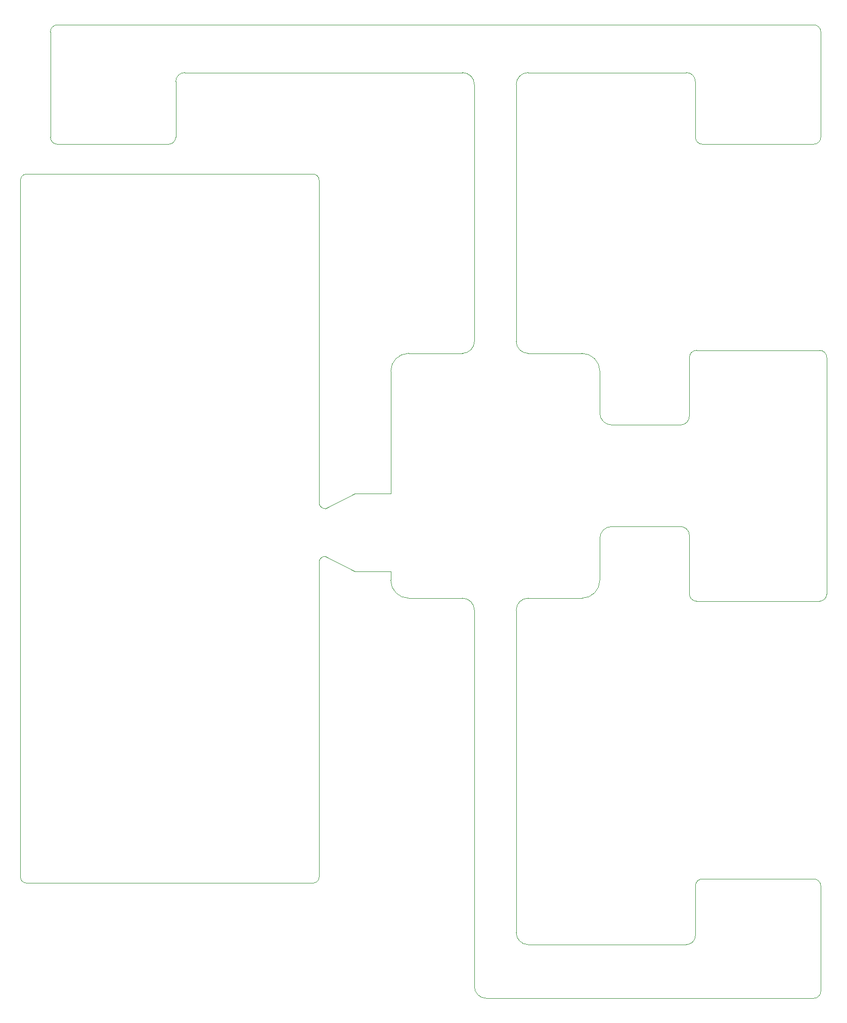
<source format=gm1>
G04 #@! TF.GenerationSoftware,KiCad,Pcbnew,7.0.6*
G04 #@! TF.CreationDate,2023-08-25T15:25:41+01:00*
G04 #@! TF.ProjectId,gdp_flexible,6764705f-666c-4657-9869-626c652e6b69,1.0*
G04 #@! TF.SameCoordinates,Original*
G04 #@! TF.FileFunction,Profile,NP*
%FSLAX46Y46*%
G04 Gerber Fmt 4.6, Leading zero omitted, Abs format (unit mm)*
G04 Created by KiCad (PCBNEW 7.0.6) date 2023-08-25 15:25:41*
%MOMM*%
%LPD*%
G01*
G04 APERTURE LIST*
G04 #@! TA.AperFunction,Profile*
%ADD10C,0.100000*%
G04 #@! TD*
G04 APERTURE END LIST*
D10*
X95000000Y-101500000D02*
X90000000Y-104000000D01*
X89000000Y-103000000D02*
G75*
G03*
X90000000Y-104000000I1000000J0D01*
G01*
X90000000Y-112000000D02*
X95000000Y-114500000D01*
X90000000Y-112000000D02*
G75*
G03*
X89000000Y-113000000I0J-1000000D01*
G01*
X101000000Y-101500000D02*
X95000000Y-101500000D01*
X101000000Y-114500000D02*
X95000000Y-114500000D01*
X101000000Y-116000000D02*
G75*
G03*
X104000000Y-119000000I3000000J0D01*
G01*
X115000000Y-121000000D02*
G75*
G03*
X113000000Y-119000000I-2000000J0D01*
G01*
X101000000Y-114500000D02*
X101000000Y-116000000D01*
X113000000Y-119000000D02*
X104000000Y-119000000D01*
X138000000Y-90000000D02*
X149500000Y-90000000D01*
X173000000Y-24200000D02*
G75*
G03*
X171800000Y-23000000I-1200000J0D01*
G01*
X122000000Y-175000000D02*
X122000000Y-121000000D01*
X151000000Y-108500000D02*
G75*
G03*
X149500000Y-107000000I-1500000J0D01*
G01*
X63800000Y-43000000D02*
G75*
G03*
X65000000Y-41800000I0J1200000D01*
G01*
X136000000Y-88000000D02*
G75*
G03*
X138000000Y-90000000I2000000J0D01*
G01*
X153200000Y-166000000D02*
G75*
G03*
X152000000Y-167200000I0J-1200000D01*
G01*
X139300000Y-107000000D02*
X138000000Y-107000000D01*
X152200000Y-77500000D02*
X172800000Y-77500000D01*
X89000000Y-103000000D02*
X89000000Y-49000000D01*
X150500000Y-177000000D02*
X124000000Y-177000000D01*
X173000000Y-24200000D02*
X173000000Y-41800000D01*
X124000000Y-119000000D02*
G75*
G03*
X122000000Y-121000000I0J-2000000D01*
G01*
X136000000Y-81000000D02*
G75*
G03*
X133000000Y-78000000I-3000000J0D01*
G01*
X153200000Y-43000000D02*
X171800000Y-43000000D01*
X152000000Y-32500000D02*
G75*
G03*
X150500000Y-31000000I-1500000J0D01*
G01*
X88000000Y-48000000D02*
X40000000Y-48000000D01*
X44000000Y-24200000D02*
X44000000Y-41800000D01*
X45200000Y-43000000D02*
X63800000Y-43000000D01*
X101000000Y-101500000D02*
X101000000Y-81000000D01*
X149500000Y-90000000D02*
G75*
G03*
X151000000Y-88500000I0J1500000D01*
G01*
X66500000Y-31000000D02*
X113000000Y-31000000D01*
X174000000Y-78700000D02*
G75*
G03*
X172800000Y-77500000I-1200000J0D01*
G01*
X171800000Y-43000000D02*
G75*
G03*
X173000000Y-41800000I0J1200000D01*
G01*
X88000000Y-166700000D02*
G75*
G03*
X89000000Y-165700000I0J1000000D01*
G01*
X89000000Y-165700000D02*
X89000000Y-113000000D01*
X133000000Y-119000000D02*
X124000000Y-119000000D01*
X113000000Y-78000000D02*
G75*
G03*
X115000000Y-76000000I0J2000000D01*
G01*
X124000000Y-78000000D02*
X133000000Y-78000000D01*
X138000000Y-107000000D02*
G75*
G03*
X136000000Y-109000000I0J-2000000D01*
G01*
X65000000Y-32500000D02*
X65000000Y-41800000D01*
X115000000Y-33000000D02*
G75*
G03*
X113000000Y-31000000I-2000000J0D01*
G01*
X152000000Y-41800000D02*
G75*
G03*
X153200000Y-43000000I1200000J0D01*
G01*
X171800000Y-23000000D02*
X122500000Y-23000000D01*
X39000000Y-49000000D02*
X39000000Y-165700000D01*
X171800000Y-186000000D02*
G75*
G03*
X173000000Y-184800000I0J1200000D01*
G01*
X151000000Y-118300000D02*
G75*
G03*
X152200000Y-119500000I1200000J0D01*
G01*
X115000000Y-184000000D02*
G75*
G03*
X117000000Y-186000000I2000000J0D01*
G01*
X45200000Y-23000000D02*
G75*
G03*
X44000000Y-24200000I0J-1200000D01*
G01*
X115000000Y-121000000D02*
X115000000Y-184000000D01*
X149500000Y-107000000D02*
X139300000Y-107000000D01*
X44000000Y-41800000D02*
G75*
G03*
X45200000Y-43000000I1200000J0D01*
G01*
X40000000Y-166700000D02*
X88000000Y-166700000D01*
X172800000Y-119500000D02*
X152200000Y-119500000D01*
X136000000Y-81000000D02*
X136000000Y-88000000D01*
X122500000Y-23000000D02*
X114500000Y-23000000D01*
X152000000Y-167200000D02*
X152000000Y-175500000D01*
X151000000Y-108500000D02*
X151000000Y-118300000D01*
X150500000Y-177000000D02*
G75*
G03*
X152000000Y-175500000I0J1500000D01*
G01*
X152000000Y-32500000D02*
X152000000Y-41800000D01*
X104000000Y-78000000D02*
G75*
G03*
X101000000Y-81000000I0J-3000000D01*
G01*
X136000000Y-113300000D02*
X136000000Y-116000000D01*
X122000000Y-76000000D02*
X122000000Y-33000000D01*
X40000000Y-48000000D02*
G75*
G03*
X39000000Y-49000000I0J-1000000D01*
G01*
X122000000Y-175000000D02*
G75*
G03*
X124000000Y-177000000I2000000J0D01*
G01*
X133000000Y-119000000D02*
G75*
G03*
X136000000Y-116000000I0J3000000D01*
G01*
X122000000Y-76000000D02*
G75*
G03*
X124000000Y-78000000I2000000J0D01*
G01*
X104000000Y-78000000D02*
X113000000Y-78000000D01*
X117000000Y-186000000D02*
X171800000Y-186000000D01*
X152200000Y-77500000D02*
G75*
G03*
X151000000Y-78700000I0J-1200000D01*
G01*
X172800000Y-119500000D02*
G75*
G03*
X174000000Y-118300000I0J1200000D01*
G01*
X66500000Y-31000000D02*
G75*
G03*
X65000000Y-32500000I0J-1500000D01*
G01*
X151000000Y-88500000D02*
X151000000Y-78700000D01*
X174000000Y-78700000D02*
X174000000Y-118300000D01*
X89000000Y-49000000D02*
G75*
G03*
X88000000Y-48000000I-1000000J0D01*
G01*
X173000000Y-167200000D02*
G75*
G03*
X171800000Y-166000000I-1200000J0D01*
G01*
X124000000Y-31000000D02*
G75*
G03*
X122000000Y-33000000I0J-2000000D01*
G01*
X153200000Y-166000000D02*
X171800000Y-166000000D01*
X173000000Y-167200000D02*
X173000000Y-184800000D01*
X115000000Y-76000000D02*
X115000000Y-33000000D01*
X124000000Y-31000000D02*
X150500000Y-31000000D01*
X136000000Y-109000000D02*
X136000000Y-113300000D01*
X39000000Y-165700000D02*
G75*
G03*
X40000000Y-166700000I1000000J0D01*
G01*
X114500000Y-23000000D02*
X45200000Y-23000000D01*
M02*

</source>
